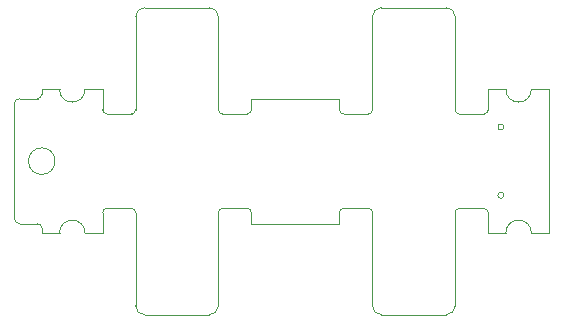
<source format=gbr>
%TF.GenerationSoftware,KiCad,Pcbnew,7.0.6*%
%TF.CreationDate,2023-08-14T23:22:26-07:00*%
%TF.ProjectId,GCP-2,4743502d-322e-46b6-9963-61645f706362,rev?*%
%TF.SameCoordinates,Original*%
%TF.FileFunction,Profile,NP*%
%FSLAX46Y46*%
G04 Gerber Fmt 4.6, Leading zero omitted, Abs format (unit mm)*
G04 Created by KiCad (PCBNEW 7.0.6) date 2023-08-14 23:22:26*
%MOMM*%
%LPD*%
G01*
G04 APERTURE LIST*
%TA.AperFunction,Profile*%
%ADD10C,0.100000*%
%TD*%
G04 APERTURE END LIST*
D10*
X221118779Y-140765590D02*
X221118779Y-152921000D01*
X192369000Y-159843300D02*
G75*
G03*
X193119000Y-159093295I0J750000D01*
G01*
X215614779Y-142843279D02*
G75*
G03*
X215964779Y-142493295I21J349979D01*
G01*
X181821110Y-152921000D02*
G75*
G03*
X179671110Y-152921000I-1075000J0D01*
G01*
X203373205Y-142493295D02*
G75*
G03*
X203723221Y-142843295I349995J-5D01*
G01*
X176319000Y-141540600D02*
G75*
G03*
X175819000Y-142040590I0J-500000D01*
G01*
X203723221Y-150843321D02*
G75*
G03*
X203373221Y-151193295I-21J-349979D01*
G01*
X177819000Y-141540590D02*
X176319000Y-141540590D01*
X213169000Y-134593295D02*
X213169000Y-142493295D01*
X212419000Y-159843300D02*
G75*
G03*
X213169000Y-159093295I0J750000D01*
G01*
X183673221Y-150843321D02*
G75*
G03*
X183323221Y-151193295I-21J-349979D01*
G01*
X185769000Y-142843300D02*
G75*
G03*
X186119000Y-142493295I0J350000D01*
G01*
X178169000Y-152496000D02*
G75*
G03*
X177819000Y-152146000I-350000J0D01*
G01*
X206169005Y-159093295D02*
G75*
G03*
X206919000Y-159843295I749995J-5D01*
G01*
X186869000Y-133843295D02*
X192369000Y-133843295D01*
X217466825Y-140765590D02*
G75*
G03*
X219616825Y-140765590I1075000J0D01*
G01*
X178169000Y-141190590D02*
X178169000Y-140765590D01*
X192369000Y-159843295D02*
X186869000Y-159843295D01*
X186119000Y-159093295D02*
X186119000Y-151193295D01*
X193119005Y-142493295D02*
G75*
G03*
X193469000Y-142843295I349995J-5D01*
G01*
X219616825Y-140765590D02*
X221118779Y-140765590D01*
X205819000Y-150843295D02*
X203723221Y-150843295D01*
X213169000Y-151193295D02*
X213169000Y-159093295D01*
X183323221Y-151193295D02*
X183323221Y-152921000D01*
X185769000Y-150843295D02*
X183673221Y-150843295D01*
X195914779Y-152146000D02*
X203373221Y-152146000D01*
X206169000Y-159093295D02*
X206169000Y-151193295D01*
X183673221Y-142843295D02*
X185769000Y-142843295D01*
X178169000Y-152496000D02*
X178169000Y-152921000D01*
X183323205Y-142493295D02*
G75*
G03*
X183673221Y-142843295I349995J-5D01*
G01*
X186119005Y-159093295D02*
G75*
G03*
X186869000Y-159843295I749995J-5D01*
G01*
X215964805Y-151193295D02*
G75*
G03*
X215614779Y-150843295I-350005J-5D01*
G01*
X195914779Y-142493295D02*
X195914779Y-141540590D01*
X177819000Y-152146000D02*
X176319000Y-152146000D01*
X215964779Y-142493295D02*
X215964779Y-140765590D01*
X195914779Y-152146000D02*
X195914779Y-151193295D01*
X213519000Y-142843295D02*
X215614779Y-142843295D01*
X217466890Y-152921000D02*
X215964779Y-152921000D01*
X179671110Y-140765590D02*
G75*
G03*
X181821110Y-140765590I1075000J0D01*
G01*
X203373221Y-151193295D02*
X203373221Y-152146000D01*
X179671110Y-152921000D02*
X178169000Y-152921000D01*
X213519000Y-150843300D02*
G75*
G03*
X213169000Y-151193295I0J-350000D01*
G01*
X206919000Y-133843295D02*
X212419000Y-133843295D01*
X177819000Y-141540600D02*
G75*
G03*
X178169000Y-141190590I0J350000D01*
G01*
X213169005Y-142493295D02*
G75*
G03*
X213519000Y-142843295I349995J-5D01*
G01*
X215614779Y-150843295D02*
X213519000Y-150843295D01*
X193469000Y-142843295D02*
X195564779Y-142843295D01*
X193119000Y-151193295D02*
X193119000Y-159093295D01*
X186119000Y-142493295D02*
X186119000Y-134593295D01*
X181821110Y-152921000D02*
X183323221Y-152921000D01*
X206169005Y-151193295D02*
G75*
G03*
X205819000Y-150843295I-350005J-5D01*
G01*
X175819000Y-151646000D02*
G75*
G03*
X176319000Y-152146000I500000J0D01*
G01*
X219616890Y-152921000D02*
G75*
G03*
X217466890Y-152921000I-1075000J0D01*
G01*
X213169005Y-134593295D02*
G75*
G03*
X212419000Y-133843295I-750005J-5D01*
G01*
X206169000Y-142493295D02*
X206169000Y-134593295D01*
X195564779Y-142843279D02*
G75*
G03*
X195914779Y-142493295I21J349979D01*
G01*
X195914805Y-151193295D02*
G75*
G03*
X195564779Y-150843295I-350005J-5D01*
G01*
X193469000Y-150843300D02*
G75*
G03*
X193119000Y-151193295I0J-350000D01*
G01*
X193119005Y-134593295D02*
G75*
G03*
X192369000Y-133843295I-750005J-5D01*
G01*
X186869000Y-133843300D02*
G75*
G03*
X186119000Y-134593295I0J-750000D01*
G01*
X217288779Y-143953295D02*
G75*
G03*
X217288779Y-143953295I-250000J0D01*
G01*
X181821110Y-140765590D02*
X183323221Y-140765590D01*
X203373221Y-141540590D02*
X203373221Y-142493295D01*
X205819000Y-142843300D02*
G75*
G03*
X206169000Y-142493295I0J350000D01*
G01*
X183323221Y-140765590D02*
X183323221Y-142493295D01*
X203723221Y-142843295D02*
X205819000Y-142843295D01*
X219616890Y-152921000D02*
X221118779Y-152921000D01*
X186119005Y-151193295D02*
G75*
G03*
X185769000Y-150843295I-350005J-5D01*
G01*
X206919000Y-133843300D02*
G75*
G03*
X206169000Y-134593295I0J-750000D01*
G01*
X175819000Y-142040590D02*
X175819000Y-151646000D01*
X215964779Y-152921000D02*
X215964779Y-151193295D01*
X179671110Y-140765590D02*
X178169000Y-140765590D01*
X195564779Y-150843295D02*
X193469000Y-150843295D01*
X217288779Y-149733295D02*
G75*
G03*
X217288779Y-149733295I-250000J0D01*
G01*
X203373221Y-141540590D02*
X195914779Y-141540590D01*
X193119000Y-134593295D02*
X193119000Y-142493295D01*
X179294000Y-146843295D02*
G75*
G03*
X179294000Y-146843295I-1125000J0D01*
G01*
X217466825Y-140765590D02*
X215964779Y-140765590D01*
X212419000Y-159843295D02*
X206919000Y-159843295D01*
M02*

</source>
